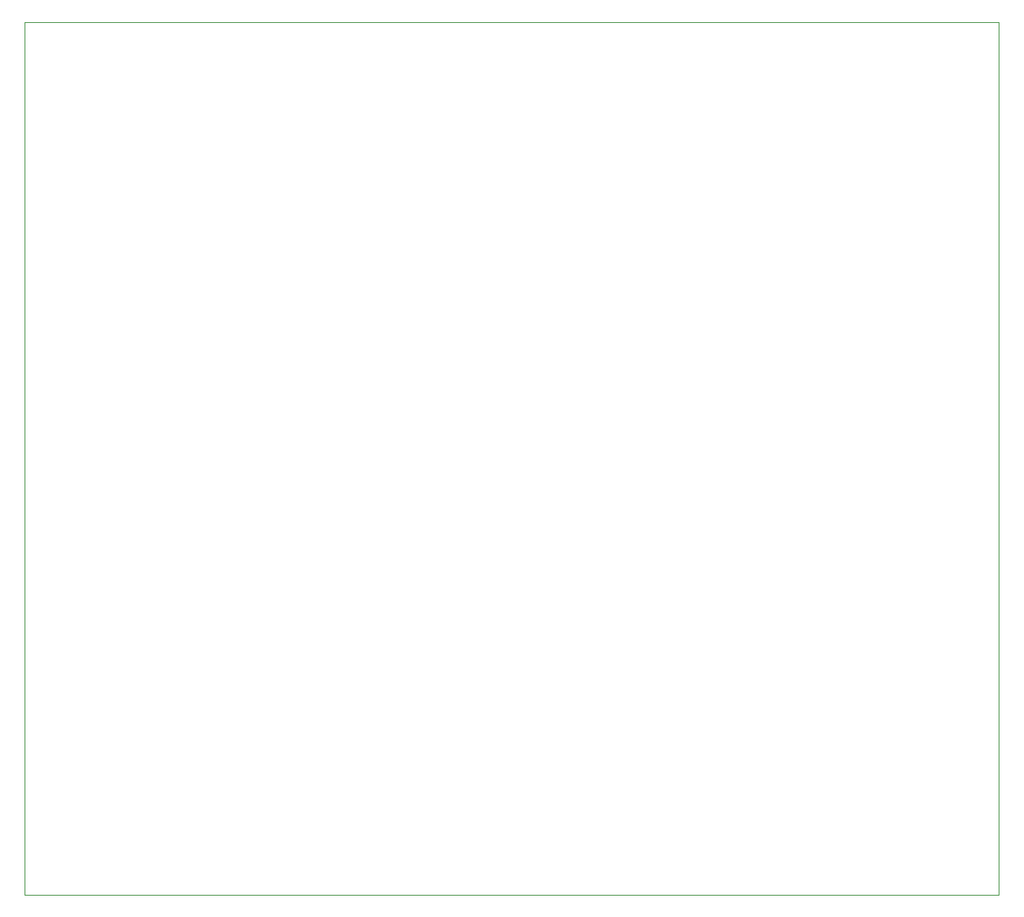
<source format=gbr>
%TF.GenerationSoftware,KiCad,Pcbnew,7.0.10*%
%TF.CreationDate,2024-01-10T20:22:15+00:00*%
%TF.ProjectId,Breakout,42726561-6b6f-4757-942e-6b696361645f,rev?*%
%TF.SameCoordinates,Original*%
%TF.FileFunction,Profile,NP*%
%FSLAX46Y46*%
G04 Gerber Fmt 4.6, Leading zero omitted, Abs format (unit mm)*
G04 Created by KiCad (PCBNEW 7.0.10) date 2024-01-10 20:22:15*
%MOMM*%
%LPD*%
G01*
G04 APERTURE LIST*
%TA.AperFunction,Profile*%
%ADD10C,0.100000*%
%TD*%
G04 APERTURE END LIST*
D10*
X43180000Y-17780000D02*
X147320000Y-17780000D01*
X147320000Y-111125000D01*
X43180000Y-111125000D01*
X43180000Y-17780000D01*
M02*

</source>
